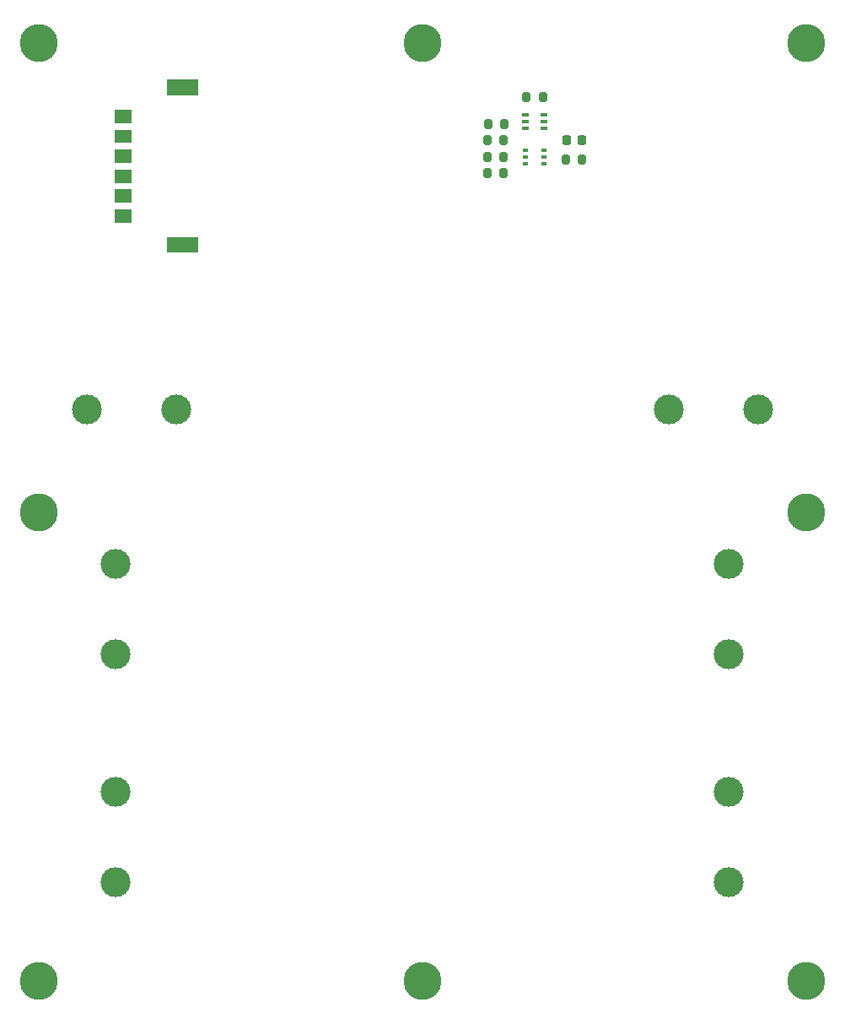
<source format=gbs>
%TF.GenerationSoftware,KiCad,Pcbnew,(6.0.5)*%
%TF.CreationDate,2022-07-09T16:24:39-07:00*%
%TF.ProjectId,solar-panel-side-X-minus,736f6c61-722d-4706-916e-656c2d736964,rev?*%
%TF.SameCoordinates,Original*%
%TF.FileFunction,Soldermask,Bot*%
%TF.FilePolarity,Negative*%
%FSLAX46Y46*%
G04 Gerber Fmt 4.6, Leading zero omitted, Abs format (unit mm)*
G04 Created by KiCad (PCBNEW (6.0.5)) date 2022-07-09 16:24:39*
%MOMM*%
%LPD*%
G01*
G04 APERTURE LIST*
G04 Aperture macros list*
%AMRoundRect*
0 Rectangle with rounded corners*
0 $1 Rounding radius*
0 $2 $3 $4 $5 $6 $7 $8 $9 X,Y pos of 4 corners*
0 Add a 4 corners polygon primitive as box body*
4,1,4,$2,$3,$4,$5,$6,$7,$8,$9,$2,$3,0*
0 Add four circle primitives for the rounded corners*
1,1,$1+$1,$2,$3*
1,1,$1+$1,$4,$5*
1,1,$1+$1,$6,$7*
1,1,$1+$1,$8,$9*
0 Add four rect primitives between the rounded corners*
20,1,$1+$1,$2,$3,$4,$5,0*
20,1,$1+$1,$4,$5,$6,$7,0*
20,1,$1+$1,$6,$7,$8,$9,0*
20,1,$1+$1,$8,$9,$2,$3,0*%
G04 Aperture macros list end*
%ADD10C,0.010000*%
%ADD11C,3.000000*%
%ADD12C,2.600000*%
%ADD13C,3.800000*%
%ADD14RoundRect,0.225000X-0.225000X-0.250000X0.225000X-0.250000X0.225000X0.250000X-0.225000X0.250000X0*%
%ADD15R,0.650000X0.400000*%
%ADD16R,0.600000X0.400000*%
%ADD17RoundRect,0.200000X-0.200000X-0.275000X0.200000X-0.275000X0.200000X0.275000X-0.200000X0.275000X0*%
%ADD18RoundRect,0.200000X0.200000X0.275000X-0.200000X0.275000X-0.200000X-0.275000X0.200000X-0.275000X0*%
G04 APERTURE END LIST*
G36*
X121826200Y-62046200D02*
G01*
X120223800Y-62046200D01*
X120223800Y-60793800D01*
X121826200Y-60793800D01*
X121826200Y-62046200D01*
G37*
D10*
X121826200Y-62046200D02*
X120223800Y-62046200D01*
X120223800Y-60793800D01*
X121826200Y-60793800D01*
X121826200Y-62046200D01*
G36*
X121826200Y-54046200D02*
G01*
X120223800Y-54046200D01*
X120223800Y-52793800D01*
X121826200Y-52793800D01*
X121826200Y-54046200D01*
G37*
X121826200Y-54046200D02*
X120223800Y-54046200D01*
X120223800Y-52793800D01*
X121826200Y-52793800D01*
X121826200Y-54046200D01*
G36*
X121826200Y-60046200D02*
G01*
X120223800Y-60046200D01*
X120223800Y-58793800D01*
X121826200Y-58793800D01*
X121826200Y-60046200D01*
G37*
X121826200Y-60046200D02*
X120223800Y-60046200D01*
X120223800Y-58793800D01*
X121826200Y-58793800D01*
X121826200Y-60046200D01*
G36*
X121826200Y-56046200D02*
G01*
X120223800Y-56046200D01*
X120223800Y-54793800D01*
X121826200Y-54793800D01*
X121826200Y-56046200D01*
G37*
X121826200Y-56046200D02*
X120223800Y-56046200D01*
X120223800Y-54793800D01*
X121826200Y-54793800D01*
X121826200Y-56046200D01*
G36*
X121826200Y-64046200D02*
G01*
X120223800Y-64046200D01*
X120223800Y-62793800D01*
X121826200Y-62793800D01*
X121826200Y-64046200D01*
G37*
X121826200Y-64046200D02*
X120223800Y-64046200D01*
X120223800Y-62793800D01*
X121826200Y-62793800D01*
X121826200Y-64046200D01*
G36*
X128526200Y-67066200D02*
G01*
X125473800Y-67066200D01*
X125473800Y-65563800D01*
X128526200Y-65563800D01*
X128526200Y-67066200D01*
G37*
X128526200Y-67066200D02*
X125473800Y-67066200D01*
X125473800Y-65563800D01*
X128526200Y-65563800D01*
X128526200Y-67066200D01*
G36*
X121826200Y-58046200D02*
G01*
X120223800Y-58046200D01*
X120223800Y-56793800D01*
X121826200Y-56793800D01*
X121826200Y-58046200D01*
G37*
X121826200Y-58046200D02*
X120223800Y-58046200D01*
X120223800Y-56793800D01*
X121826200Y-56793800D01*
X121826200Y-58046200D01*
G36*
X128526200Y-51276200D02*
G01*
X125473800Y-51276200D01*
X125473800Y-49773800D01*
X128526200Y-49773800D01*
X128526200Y-51276200D01*
G37*
X128526200Y-51276200D02*
X125473800Y-51276200D01*
X125473800Y-49773800D01*
X128526200Y-49773800D01*
X128526200Y-51276200D01*
D11*
X126420000Y-82850000D03*
X117420000Y-82850000D03*
X184840000Y-82850000D03*
X175840000Y-82850000D03*
X181910000Y-98370000D03*
X181910000Y-107370000D03*
X181910000Y-121230000D03*
X181910000Y-130230000D03*
X120350000Y-130230000D03*
X120350000Y-121230000D03*
X120350000Y-107370000D03*
X120350000Y-98370000D03*
D12*
X189660000Y-46150000D03*
D13*
X189660000Y-46150000D03*
D12*
X151160000Y-46150000D03*
D13*
X151160000Y-46150000D03*
X112660000Y-46150000D03*
D12*
X112660000Y-46150000D03*
X112660000Y-93150000D03*
D13*
X112660000Y-93150000D03*
X112660000Y-140150000D03*
D12*
X112660000Y-140150000D03*
D13*
X151160000Y-140150000D03*
D12*
X151160000Y-140150000D03*
X189660000Y-140150000D03*
D13*
X189660000Y-140150000D03*
X189660000Y-93150000D03*
D12*
X189660000Y-93150000D03*
D14*
X165595000Y-55880000D03*
X167145000Y-55880000D03*
D15*
X161483000Y-54625000D03*
X161483000Y-53975000D03*
X161483000Y-53325000D03*
X163383000Y-53325000D03*
X163383000Y-53975000D03*
X163383000Y-54625000D03*
D16*
X161483000Y-58181000D03*
X161483000Y-57531000D03*
X161483000Y-56881000D03*
X163383000Y-56881000D03*
X163383000Y-57531000D03*
X163383000Y-58181000D03*
D17*
X157671000Y-55880000D03*
X159321000Y-55880000D03*
X157671000Y-59182000D03*
X159321000Y-59182000D03*
D18*
X159384000Y-54229000D03*
X157734000Y-54229000D03*
D17*
X157671000Y-57531000D03*
X159321000Y-57531000D03*
D18*
X167195000Y-57785000D03*
X165545000Y-57785000D03*
X163258000Y-51562000D03*
X161608000Y-51562000D03*
M02*

</source>
